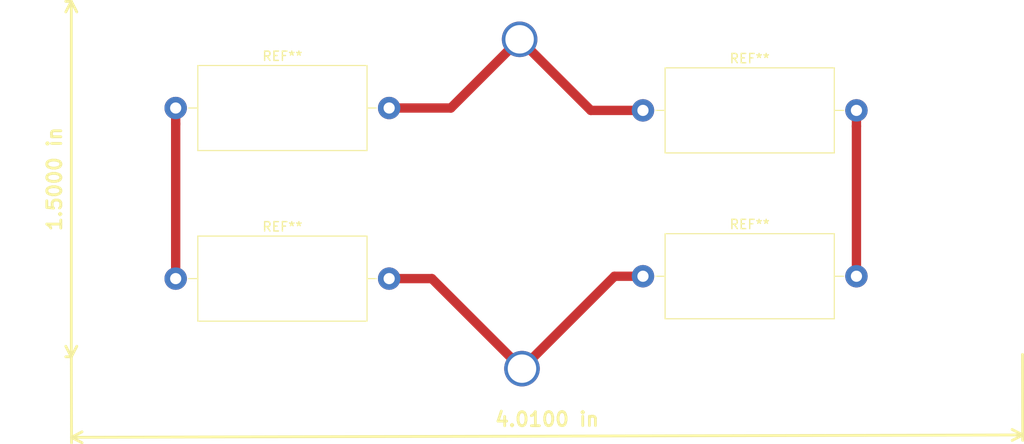
<source format=kicad_pcb>
(kicad_pcb (version 20171130) (host pcbnew "(5.0.0)")

  (general
    (thickness 1.6)
    (drawings 2)
    (tracks 14)
    (zones 0)
    (modules 4)
    (nets 1)
  )

  (page A4)
  (layers
    (0 F.Cu signal)
    (31 B.Cu signal)
    (32 B.Adhes user)
    (33 F.Adhes user)
    (34 B.Paste user)
    (35 F.Paste user)
    (36 B.SilkS user)
    (37 F.SilkS user)
    (38 B.Mask user)
    (39 F.Mask user)
    (40 Dwgs.User user)
    (41 Cmts.User user)
    (42 Eco1.User user)
    (43 Eco2.User user)
    (44 Edge.Cuts user)
    (45 Margin user)
    (46 B.CrtYd user)
    (47 F.CrtYd user)
    (48 B.Fab user)
    (49 F.Fab user)
  )

  (setup
    (last_trace_width 1)
    (user_trace_width 1)
    (trace_clearance 0.2)
    (zone_clearance 0.508)
    (zone_45_only no)
    (trace_min 0.2)
    (segment_width 0.2)
    (edge_width 0.15)
    (via_size 0.8)
    (via_drill 0.4)
    (via_min_size 0.4)
    (via_min_drill 0.3)
    (uvia_size 0.3)
    (uvia_drill 0.1)
    (uvias_allowed no)
    (uvia_min_size 0.2)
    (uvia_min_drill 0.1)
    (pcb_text_width 0.3)
    (pcb_text_size 1.5 1.5)
    (mod_edge_width 0.15)
    (mod_text_size 1 1)
    (mod_text_width 0.15)
    (pad_size 1.524 1.524)
    (pad_drill 0.762)
    (pad_to_mask_clearance 0.2)
    (aux_axis_origin 0 0)
    (visible_elements FFFFFF7F)
    (pcbplotparams
      (layerselection 0x00000_7fffffff)
      (usegerberextensions false)
      (usegerberattributes false)
      (usegerberadvancedattributes false)
      (creategerberjobfile false)
      (excludeedgelayer true)
      (linewidth 0.100000)
      (plotframeref false)
      (viasonmask false)
      (mode 1)
      (useauxorigin false)
      (hpglpennumber 1)
      (hpglpenspeed 20)
      (hpglpendiameter 15.000000)
      (psnegative false)
      (psa4output false)
      (plotreference true)
      (plotvalue true)
      (plotinvisibletext false)
      (padsonsilk false)
      (subtractmaskfromsilk false)
      (outputformat 1)
      (mirror false)
      (drillshape 0)
      (scaleselection 1)
      (outputdirectory ""))
  )

  (net 0 "")

  (net_class Default "This is the default net class."
    (clearance 0.2)
    (trace_width 0.25)
    (via_dia 0.8)
    (via_drill 0.4)
    (uvia_dia 0.3)
    (uvia_drill 0.1)
  )

  (module Resistors_THT:R_Axial_DIN0918_L18.0mm_D9.0mm_P22.86mm_Horizontal (layer F.Cu) (tedit 5874F706) (tstamp 5C12F526)
    (at 11.176 11.43)
    (descr "Resistor, Axial_DIN0918 series, Axial, Horizontal, pin pitch=22.86mm, 4W, length*diameter=18*9mm^2")
    (tags "Resistor Axial_DIN0918 series Axial Horizontal pin pitch 22.86mm 4W length 18mm diameter 9mm")
    (fp_text reference REF** (at 11.43 -5.56) (layer F.SilkS)
      (effects (font (size 1 1) (thickness 0.15)))
    )
    (fp_text value R_Axial_DIN0918_L18.0mm_D9.0mm_P22.86mm_Horizontal (at 11.43 5.56) (layer F.Fab)
      (effects (font (size 1 1) (thickness 0.15)))
    )
    (fp_line (start 2.43 -4.5) (end 2.43 4.5) (layer F.Fab) (width 0.1))
    (fp_line (start 2.43 4.5) (end 20.43 4.5) (layer F.Fab) (width 0.1))
    (fp_line (start 20.43 4.5) (end 20.43 -4.5) (layer F.Fab) (width 0.1))
    (fp_line (start 20.43 -4.5) (end 2.43 -4.5) (layer F.Fab) (width 0.1))
    (fp_line (start 0 0) (end 2.43 0) (layer F.Fab) (width 0.1))
    (fp_line (start 22.86 0) (end 20.43 0) (layer F.Fab) (width 0.1))
    (fp_line (start 2.37 -4.56) (end 2.37 4.56) (layer F.SilkS) (width 0.12))
    (fp_line (start 2.37 4.56) (end 20.49 4.56) (layer F.SilkS) (width 0.12))
    (fp_line (start 20.49 4.56) (end 20.49 -4.56) (layer F.SilkS) (width 0.12))
    (fp_line (start 20.49 -4.56) (end 2.37 -4.56) (layer F.SilkS) (width 0.12))
    (fp_line (start 1.38 0) (end 2.37 0) (layer F.SilkS) (width 0.12))
    (fp_line (start 21.48 0) (end 20.49 0) (layer F.SilkS) (width 0.12))
    (fp_line (start -1.45 -4.85) (end -1.45 4.85) (layer F.CrtYd) (width 0.05))
    (fp_line (start -1.45 4.85) (end 24.35 4.85) (layer F.CrtYd) (width 0.05))
    (fp_line (start 24.35 4.85) (end 24.35 -4.85) (layer F.CrtYd) (width 0.05))
    (fp_line (start 24.35 -4.85) (end -1.45 -4.85) (layer F.CrtYd) (width 0.05))
    (pad 1 thru_hole circle (at 0 0) (size 2.4 2.4) (drill 1.2) (layers *.Cu *.Mask))
    (pad 2 thru_hole oval (at 22.86 0) (size 2.4 2.4) (drill 1.2) (layers *.Cu *.Mask))
    (model ${KISYS3DMOD}/Resistors_THT.3dshapes/R_Axial_DIN0918_L18.0mm_D9.0mm_P22.86mm_Horizontal.wrl
      (at (xyz 0 0 0))
      (scale (xyz 0.393701 0.393701 0.393701))
      (rotate (xyz 0 0 0))
    )
  )

  (module Resistors_THT:R_Axial_DIN0918_L18.0mm_D9.0mm_P22.86mm_Horizontal (layer F.Cu) (tedit 5874F706) (tstamp 5C12F666)
    (at 11.176 29.718)
    (descr "Resistor, Axial_DIN0918 series, Axial, Horizontal, pin pitch=22.86mm, 4W, length*diameter=18*9mm^2")
    (tags "Resistor Axial_DIN0918 series Axial Horizontal pin pitch 22.86mm 4W length 18mm diameter 9mm")
    (fp_text reference REF** (at 11.43 -5.56) (layer F.SilkS)
      (effects (font (size 1 1) (thickness 0.15)))
    )
    (fp_text value R_Axial_DIN0918_L18.0mm_D9.0mm_P22.86mm_Horizontal (at 11.43 5.56) (layer F.Fab)
      (effects (font (size 1 1) (thickness 0.15)))
    )
    (fp_line (start 2.43 -4.5) (end 2.43 4.5) (layer F.Fab) (width 0.1))
    (fp_line (start 2.43 4.5) (end 20.43 4.5) (layer F.Fab) (width 0.1))
    (fp_line (start 20.43 4.5) (end 20.43 -4.5) (layer F.Fab) (width 0.1))
    (fp_line (start 20.43 -4.5) (end 2.43 -4.5) (layer F.Fab) (width 0.1))
    (fp_line (start 0 0) (end 2.43 0) (layer F.Fab) (width 0.1))
    (fp_line (start 22.86 0) (end 20.43 0) (layer F.Fab) (width 0.1))
    (fp_line (start 2.37 -4.56) (end 2.37 4.56) (layer F.SilkS) (width 0.12))
    (fp_line (start 2.37 4.56) (end 20.49 4.56) (layer F.SilkS) (width 0.12))
    (fp_line (start 20.49 4.56) (end 20.49 -4.56) (layer F.SilkS) (width 0.12))
    (fp_line (start 20.49 -4.56) (end 2.37 -4.56) (layer F.SilkS) (width 0.12))
    (fp_line (start 1.38 0) (end 2.37 0) (layer F.SilkS) (width 0.12))
    (fp_line (start 21.48 0) (end 20.49 0) (layer F.SilkS) (width 0.12))
    (fp_line (start -1.45 -4.85) (end -1.45 4.85) (layer F.CrtYd) (width 0.05))
    (fp_line (start -1.45 4.85) (end 24.35 4.85) (layer F.CrtYd) (width 0.05))
    (fp_line (start 24.35 4.85) (end 24.35 -4.85) (layer F.CrtYd) (width 0.05))
    (fp_line (start 24.35 -4.85) (end -1.45 -4.85) (layer F.CrtYd) (width 0.05))
    (pad 1 thru_hole circle (at 0 0) (size 2.4 2.4) (drill 1.2) (layers *.Cu *.Mask))
    (pad 2 thru_hole oval (at 22.86 0) (size 2.4 2.4) (drill 1.2) (layers *.Cu *.Mask))
    (model ${KISYS3DMOD}/Resistors_THT.3dshapes/R_Axial_DIN0918_L18.0mm_D9.0mm_P22.86mm_Horizontal.wrl
      (at (xyz 0 0 0))
      (scale (xyz 0.393701 0.393701 0.393701))
      (rotate (xyz 0 0 0))
    )
  )

  (module Resistors_THT:R_Axial_DIN0918_L18.0mm_D9.0mm_P22.86mm_Horizontal (layer F.Cu) (tedit 5874F706) (tstamp 5C12F66F)
    (at 61.214 11.684)
    (descr "Resistor, Axial_DIN0918 series, Axial, Horizontal, pin pitch=22.86mm, 4W, length*diameter=18*9mm^2")
    (tags "Resistor Axial_DIN0918 series Axial Horizontal pin pitch 22.86mm 4W length 18mm diameter 9mm")
    (fp_text reference REF** (at 11.43 -5.56) (layer F.SilkS)
      (effects (font (size 1 1) (thickness 0.15)))
    )
    (fp_text value R_Axial_DIN0918_L18.0mm_D9.0mm_P22.86mm_Horizontal (at 11.43 5.56) (layer F.Fab)
      (effects (font (size 1 1) (thickness 0.15)))
    )
    (fp_line (start 2.43 -4.5) (end 2.43 4.5) (layer F.Fab) (width 0.1))
    (fp_line (start 2.43 4.5) (end 20.43 4.5) (layer F.Fab) (width 0.1))
    (fp_line (start 20.43 4.5) (end 20.43 -4.5) (layer F.Fab) (width 0.1))
    (fp_line (start 20.43 -4.5) (end 2.43 -4.5) (layer F.Fab) (width 0.1))
    (fp_line (start 0 0) (end 2.43 0) (layer F.Fab) (width 0.1))
    (fp_line (start 22.86 0) (end 20.43 0) (layer F.Fab) (width 0.1))
    (fp_line (start 2.37 -4.56) (end 2.37 4.56) (layer F.SilkS) (width 0.12))
    (fp_line (start 2.37 4.56) (end 20.49 4.56) (layer F.SilkS) (width 0.12))
    (fp_line (start 20.49 4.56) (end 20.49 -4.56) (layer F.SilkS) (width 0.12))
    (fp_line (start 20.49 -4.56) (end 2.37 -4.56) (layer F.SilkS) (width 0.12))
    (fp_line (start 1.38 0) (end 2.37 0) (layer F.SilkS) (width 0.12))
    (fp_line (start 21.48 0) (end 20.49 0) (layer F.SilkS) (width 0.12))
    (fp_line (start -1.45 -4.85) (end -1.45 4.85) (layer F.CrtYd) (width 0.05))
    (fp_line (start -1.45 4.85) (end 24.35 4.85) (layer F.CrtYd) (width 0.05))
    (fp_line (start 24.35 4.85) (end 24.35 -4.85) (layer F.CrtYd) (width 0.05))
    (fp_line (start 24.35 -4.85) (end -1.45 -4.85) (layer F.CrtYd) (width 0.05))
    (pad 1 thru_hole circle (at 0 0) (size 2.4 2.4) (drill 1.2) (layers *.Cu *.Mask))
    (pad 2 thru_hole oval (at 22.86 0) (size 2.4 2.4) (drill 1.2) (layers *.Cu *.Mask))
    (model ${KISYS3DMOD}/Resistors_THT.3dshapes/R_Axial_DIN0918_L18.0mm_D9.0mm_P22.86mm_Horizontal.wrl
      (at (xyz 0 0 0))
      (scale (xyz 0.393701 0.393701 0.393701))
      (rotate (xyz 0 0 0))
    )
  )

  (module Resistors_THT:R_Axial_DIN0918_L18.0mm_D9.0mm_P22.86mm_Horizontal (layer F.Cu) (tedit 5874F706) (tstamp 5C12F678)
    (at 61.214 29.464)
    (descr "Resistor, Axial_DIN0918 series, Axial, Horizontal, pin pitch=22.86mm, 4W, length*diameter=18*9mm^2")
    (tags "Resistor Axial_DIN0918 series Axial Horizontal pin pitch 22.86mm 4W length 18mm diameter 9mm")
    (fp_text reference REF** (at 11.43 -5.56) (layer F.SilkS)
      (effects (font (size 1 1) (thickness 0.15)))
    )
    (fp_text value R_Axial_DIN0918_L18.0mm_D9.0mm_P22.86mm_Horizontal (at 11.43 5.56) (layer F.Fab)
      (effects (font (size 1 1) (thickness 0.15)))
    )
    (fp_line (start 2.43 -4.5) (end 2.43 4.5) (layer F.Fab) (width 0.1))
    (fp_line (start 2.43 4.5) (end 20.43 4.5) (layer F.Fab) (width 0.1))
    (fp_line (start 20.43 4.5) (end 20.43 -4.5) (layer F.Fab) (width 0.1))
    (fp_line (start 20.43 -4.5) (end 2.43 -4.5) (layer F.Fab) (width 0.1))
    (fp_line (start 0 0) (end 2.43 0) (layer F.Fab) (width 0.1))
    (fp_line (start 22.86 0) (end 20.43 0) (layer F.Fab) (width 0.1))
    (fp_line (start 2.37 -4.56) (end 2.37 4.56) (layer F.SilkS) (width 0.12))
    (fp_line (start 2.37 4.56) (end 20.49 4.56) (layer F.SilkS) (width 0.12))
    (fp_line (start 20.49 4.56) (end 20.49 -4.56) (layer F.SilkS) (width 0.12))
    (fp_line (start 20.49 -4.56) (end 2.37 -4.56) (layer F.SilkS) (width 0.12))
    (fp_line (start 1.38 0) (end 2.37 0) (layer F.SilkS) (width 0.12))
    (fp_line (start 21.48 0) (end 20.49 0) (layer F.SilkS) (width 0.12))
    (fp_line (start -1.45 -4.85) (end -1.45 4.85) (layer F.CrtYd) (width 0.05))
    (fp_line (start -1.45 4.85) (end 24.35 4.85) (layer F.CrtYd) (width 0.05))
    (fp_line (start 24.35 4.85) (end 24.35 -4.85) (layer F.CrtYd) (width 0.05))
    (fp_line (start 24.35 -4.85) (end -1.45 -4.85) (layer F.CrtYd) (width 0.05))
    (pad 1 thru_hole circle (at 0 0) (size 2.4 2.4) (drill 1.2) (layers *.Cu *.Mask))
    (pad 2 thru_hole oval (at 22.86 0) (size 2.4 2.4) (drill 1.2) (layers *.Cu *.Mask))
    (model ${KISYS3DMOD}/Resistors_THT.3dshapes/R_Axial_DIN0918_L18.0mm_D9.0mm_P22.86mm_Horizontal.wrl
      (at (xyz 0 0 0))
      (scale (xyz 0.393701 0.393701 0.393701))
      (rotate (xyz 0 0 0))
    )
  )

  (dimension 101.854317 (width 0.3) (layer F.SilkS)
    (gr_text "4.0100 in" (at 50.953759 48.703238 0.142881947) (layer F.SilkS)
      (effects (font (size 1.5 1.5) (thickness 0.3)))
    )
    (feature1 (pts (xy 101.854 37.846) (xy 101.876984 47.062664)))
    (feature2 (pts (xy 0 38.1) (xy 0.022984 47.316664)))
    (crossbar (pts (xy 0.021522 46.730245) (xy 101.875522 46.476245)))
    (arrow1a (pts (xy 101.875522 46.476245) (xy 100.750484 47.065473)))
    (arrow1b (pts (xy 101.875522 46.476245) (xy 100.747559 45.892635)))
    (arrow2a (pts (xy 0.021522 46.730245) (xy 1.149485 47.313855)))
    (arrow2b (pts (xy 0.021522 46.730245) (xy 1.14656 46.141017)))
  )
  (dimension 38.1 (width 0.3) (layer F.SilkS)
    (gr_text "1.5000 in" (at -2.1 19.05 270) (layer F.SilkS)
      (effects (font (size 1.5 1.5) (thickness 0.3)))
    )
    (feature1 (pts (xy 0 38.1) (xy -0.586421 38.1)))
    (feature2 (pts (xy 0 0) (xy -0.586421 0)))
    (crossbar (pts (xy 0 0) (xy 0 38.1)))
    (arrow1a (pts (xy 0 38.1) (xy -0.586421 36.973496)))
    (arrow1b (pts (xy 0 38.1) (xy 0.586421 36.973496)))
    (arrow2a (pts (xy 0 0) (xy -0.586421 1.126504)))
    (arrow2b (pts (xy 0 0) (xy 0.586421 1.126504)))
  )

  (segment (start 11.176 13.127056) (end 11.176 29.718) (width 1) (layer F.Cu) (net 0))
  (segment (start 11.176 11.43) (end 11.176 13.127056) (width 1) (layer F.Cu) (net 0))
  (segment (start 84.074 13.381056) (end 84.074 29.464) (width 1) (layer F.Cu) (net 0))
  (segment (start 84.074 11.684) (end 84.074 13.381056) (width 1) (layer F.Cu) (net 0))
  (via (at 48.006 4.064) (size 3.81) (drill 3.048) (layers F.Cu B.Cu) (net 0))
  (via (at 48.26 39.37) (size 3.81) (drill 3.048) (layers F.Cu B.Cu) (net 0) (tstamp 5C12F693))
  (segment (start 40.64 11.43) (end 48.006 4.064) (width 1) (layer F.Cu) (net 0))
  (segment (start 34.036 11.43) (end 40.64 11.43) (width 1) (layer F.Cu) (net 0))
  (segment (start 55.626 11.684) (end 61.214 11.684) (width 1) (layer F.Cu) (net 0))
  (segment (start 48.006 4.064) (end 55.626 11.684) (width 1) (layer F.Cu) (net 0))
  (segment (start 38.608 29.718) (end 48.26 39.37) (width 1) (layer F.Cu) (net 0))
  (segment (start 34.036 29.718) (end 38.608 29.718) (width 1) (layer F.Cu) (net 0))
  (segment (start 58.166 29.464) (end 48.26 39.37) (width 1) (layer F.Cu) (net 0))
  (segment (start 61.214 29.464) (end 58.166 29.464) (width 1) (layer F.Cu) (net 0))

)

</source>
